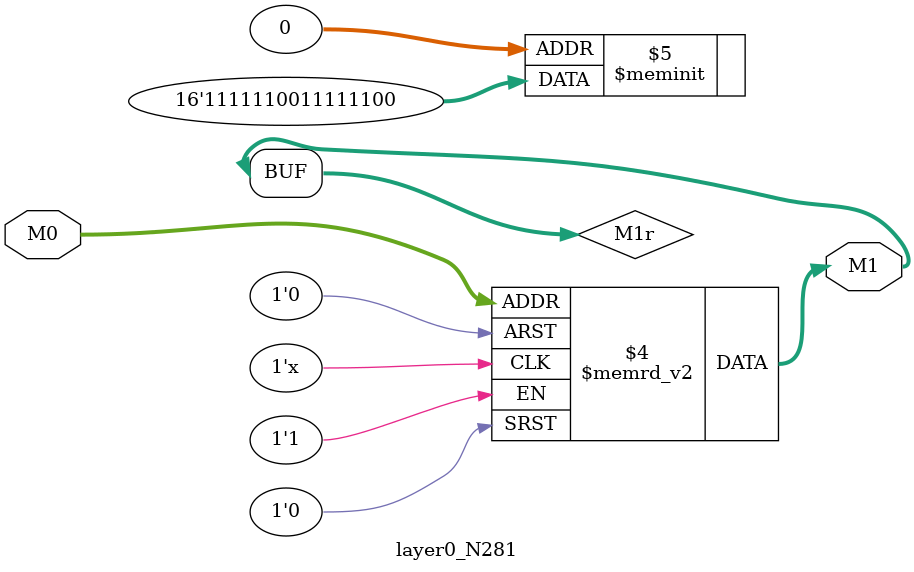
<source format=v>
module layer0_N281 ( input [2:0] M0, output [1:0] M1 );

	(*rom_style = "distributed" *) reg [1:0] M1r;
	assign M1 = M1r;
	always @ (M0) begin
		case (M0)
			3'b000: M1r = 2'b00;
			3'b100: M1r = 2'b00;
			3'b010: M1r = 2'b11;
			3'b110: M1r = 2'b11;
			3'b001: M1r = 2'b11;
			3'b101: M1r = 2'b11;
			3'b011: M1r = 2'b11;
			3'b111: M1r = 2'b11;

		endcase
	end
endmodule

</source>
